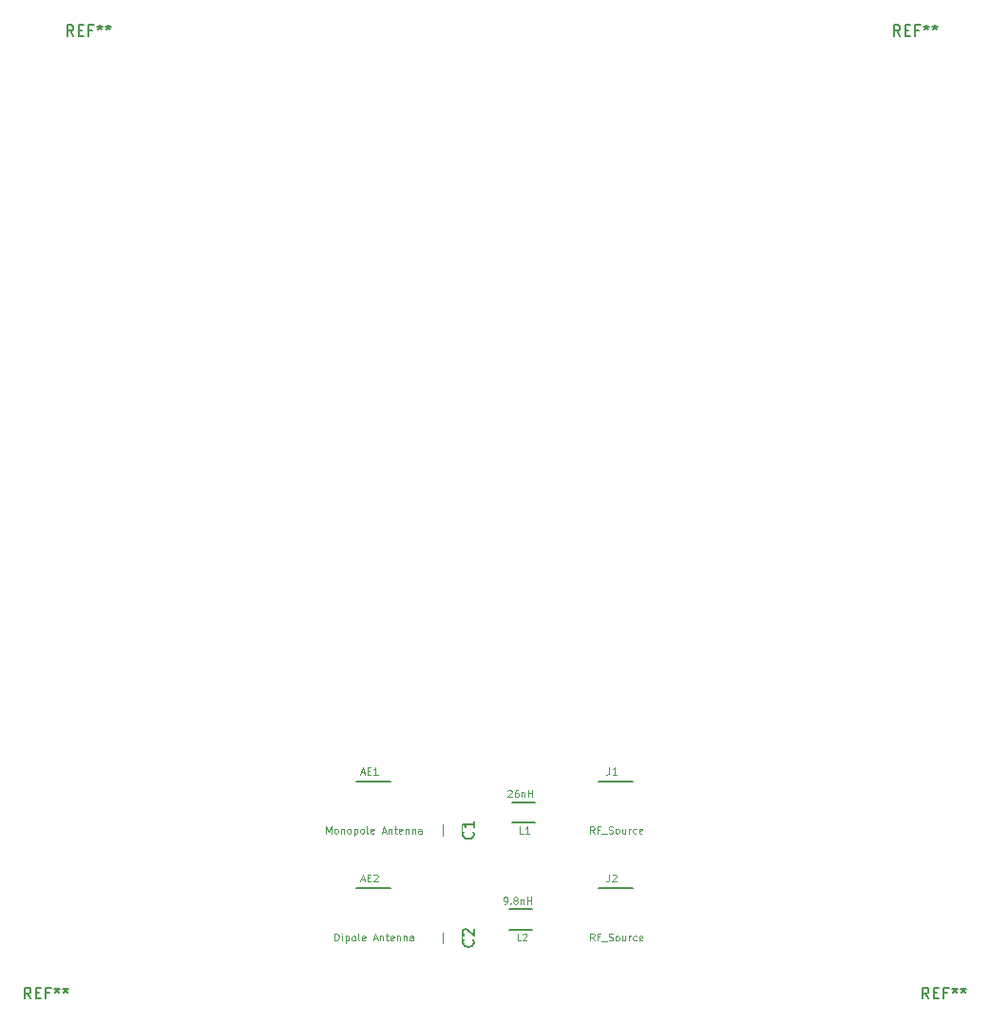
<source format=gto>
G04 #@! TF.GenerationSoftware,KiCad,Pcbnew,5.0.0*
G04 #@! TF.CreationDate,2018-07-30T22:32:49-05:00*
G04 #@! TF.ProjectId,AntennaImpedance,416E74656E6E61496D706564616E6365,rev?*
G04 #@! TF.SameCoordinates,Original*
G04 #@! TF.FileFunction,Legend,Top*
G04 #@! TF.FilePolarity,Positive*
%FSLAX46Y46*%
G04 Gerber Fmt 4.6, Leading zero omitted, Abs format (unit mm)*
G04 Created by KiCad (PCBNEW 5.0.0) date Mon Jul 30 22:32:49 2018*
%MOMM*%
%LPD*%
G01*
G04 APERTURE LIST*
%ADD10C,0.127000*%
%ADD11C,0.120000*%
%ADD12C,0.150000*%
%ADD13C,0.050000*%
G04 APERTURE END LIST*
D10*
G04 #@! TO.C,AE1*
X136930000Y-115975000D02*
X139930000Y-115975000D01*
G04 #@! TO.C,AE2*
X136930000Y-125500000D02*
X139930000Y-125500000D01*
D11*
G04 #@! TO.C,C1*
X144565000Y-119785000D02*
X144565000Y-120785000D01*
X146265000Y-120785000D02*
X146265000Y-119785000D01*
G04 #@! TO.C,C2*
X146265000Y-130405000D02*
X146265000Y-129405000D01*
X144565000Y-129405000D02*
X144565000Y-130405000D01*
D10*
G04 #@! TO.C,J1*
X158520000Y-115975000D02*
X161520000Y-115975000D01*
G04 #@! TO.C,J2*
X158520000Y-125500000D02*
X161520000Y-125500000D01*
G04 #@! TO.C,L1*
X152765000Y-117830000D02*
X150765000Y-117830000D01*
X152765000Y-119660000D02*
X150765000Y-119660000D01*
G04 #@! TO.C,L2*
X152525000Y-129185000D02*
X150525000Y-129185000D01*
X152525000Y-127355000D02*
X150525000Y-127355000D01*
G04 #@! TD*
G04 #@! TO.C,REF\002A\002A*
D12*
X111696666Y-49592380D02*
X111363333Y-49116190D01*
X111125238Y-49592380D02*
X111125238Y-48592380D01*
X111506190Y-48592380D01*
X111601428Y-48640000D01*
X111649047Y-48687619D01*
X111696666Y-48782857D01*
X111696666Y-48925714D01*
X111649047Y-49020952D01*
X111601428Y-49068571D01*
X111506190Y-49116190D01*
X111125238Y-49116190D01*
X112125238Y-49068571D02*
X112458571Y-49068571D01*
X112601428Y-49592380D02*
X112125238Y-49592380D01*
X112125238Y-48592380D01*
X112601428Y-48592380D01*
X113363333Y-49068571D02*
X113030000Y-49068571D01*
X113030000Y-49592380D02*
X113030000Y-48592380D01*
X113506190Y-48592380D01*
X114030000Y-48592380D02*
X114030000Y-48830476D01*
X113791904Y-48735238D02*
X114030000Y-48830476D01*
X114268095Y-48735238D01*
X113887142Y-49020952D02*
X114030000Y-48830476D01*
X114172857Y-49020952D01*
X114791904Y-48592380D02*
X114791904Y-48830476D01*
X114553809Y-48735238D02*
X114791904Y-48830476D01*
X115030000Y-48735238D01*
X114649047Y-49020952D02*
X114791904Y-48830476D01*
X114934761Y-49020952D01*
X185356666Y-49592380D02*
X185023333Y-49116190D01*
X184785238Y-49592380D02*
X184785238Y-48592380D01*
X185166190Y-48592380D01*
X185261428Y-48640000D01*
X185309047Y-48687619D01*
X185356666Y-48782857D01*
X185356666Y-48925714D01*
X185309047Y-49020952D01*
X185261428Y-49068571D01*
X185166190Y-49116190D01*
X184785238Y-49116190D01*
X185785238Y-49068571D02*
X186118571Y-49068571D01*
X186261428Y-49592380D02*
X185785238Y-49592380D01*
X185785238Y-48592380D01*
X186261428Y-48592380D01*
X187023333Y-49068571D02*
X186690000Y-49068571D01*
X186690000Y-49592380D02*
X186690000Y-48592380D01*
X187166190Y-48592380D01*
X187690000Y-48592380D02*
X187690000Y-48830476D01*
X187451904Y-48735238D02*
X187690000Y-48830476D01*
X187928095Y-48735238D01*
X187547142Y-49020952D02*
X187690000Y-48830476D01*
X187832857Y-49020952D01*
X188451904Y-48592380D02*
X188451904Y-48830476D01*
X188213809Y-48735238D02*
X188451904Y-48830476D01*
X188690000Y-48735238D01*
X188309047Y-49020952D02*
X188451904Y-48830476D01*
X188594761Y-49020952D01*
X107886666Y-135322380D02*
X107553333Y-134846190D01*
X107315238Y-135322380D02*
X107315238Y-134322380D01*
X107696190Y-134322380D01*
X107791428Y-134370000D01*
X107839047Y-134417619D01*
X107886666Y-134512857D01*
X107886666Y-134655714D01*
X107839047Y-134750952D01*
X107791428Y-134798571D01*
X107696190Y-134846190D01*
X107315238Y-134846190D01*
X108315238Y-134798571D02*
X108648571Y-134798571D01*
X108791428Y-135322380D02*
X108315238Y-135322380D01*
X108315238Y-134322380D01*
X108791428Y-134322380D01*
X109553333Y-134798571D02*
X109220000Y-134798571D01*
X109220000Y-135322380D02*
X109220000Y-134322380D01*
X109696190Y-134322380D01*
X110220000Y-134322380D02*
X110220000Y-134560476D01*
X109981904Y-134465238D02*
X110220000Y-134560476D01*
X110458095Y-134465238D01*
X110077142Y-134750952D02*
X110220000Y-134560476D01*
X110362857Y-134750952D01*
X110981904Y-134322380D02*
X110981904Y-134560476D01*
X110743809Y-134465238D02*
X110981904Y-134560476D01*
X111220000Y-134465238D01*
X110839047Y-134750952D02*
X110981904Y-134560476D01*
X111124761Y-134750952D01*
X187896666Y-135322380D02*
X187563333Y-134846190D01*
X187325238Y-135322380D02*
X187325238Y-134322380D01*
X187706190Y-134322380D01*
X187801428Y-134370000D01*
X187849047Y-134417619D01*
X187896666Y-134512857D01*
X187896666Y-134655714D01*
X187849047Y-134750952D01*
X187801428Y-134798571D01*
X187706190Y-134846190D01*
X187325238Y-134846190D01*
X188325238Y-134798571D02*
X188658571Y-134798571D01*
X188801428Y-135322380D02*
X188325238Y-135322380D01*
X188325238Y-134322380D01*
X188801428Y-134322380D01*
X189563333Y-134798571D02*
X189230000Y-134798571D01*
X189230000Y-135322380D02*
X189230000Y-134322380D01*
X189706190Y-134322380D01*
X190230000Y-134322380D02*
X190230000Y-134560476D01*
X189991904Y-134465238D02*
X190230000Y-134560476D01*
X190468095Y-134465238D01*
X190087142Y-134750952D02*
X190230000Y-134560476D01*
X190372857Y-134750952D01*
X190991904Y-134322380D02*
X190991904Y-134560476D01*
X190753809Y-134465238D02*
X190991904Y-134560476D01*
X191230000Y-134465238D01*
X190849047Y-134750952D02*
X190991904Y-134560476D01*
X191134761Y-134750952D01*
G04 #@! TO.C,AE1*
D13*
X137306899Y-115171099D02*
X137612212Y-115171099D01*
X137245836Y-115354288D02*
X137459556Y-114713129D01*
X137673275Y-115354288D01*
X137886995Y-115018442D02*
X138100715Y-115018442D01*
X138192309Y-115354288D02*
X137886995Y-115354288D01*
X137886995Y-114713129D01*
X138192309Y-114713129D01*
X138802936Y-115354288D02*
X138436560Y-115354288D01*
X138619748Y-115354288D02*
X138619748Y-114713129D01*
X138558685Y-114804723D01*
X138497623Y-114865786D01*
X138436560Y-114896317D01*
X134216848Y-120614800D02*
X134216848Y-119973436D01*
X134430636Y-120431554D01*
X134644424Y-119973436D01*
X134644424Y-120614800D01*
X135041459Y-120614800D02*
X134980376Y-120584259D01*
X134949835Y-120553718D01*
X134919294Y-120492636D01*
X134919294Y-120309389D01*
X134949835Y-120248307D01*
X134980376Y-120217766D01*
X135041459Y-120187224D01*
X135133082Y-120187224D01*
X135194164Y-120217766D01*
X135224705Y-120248307D01*
X135255247Y-120309389D01*
X135255247Y-120492636D01*
X135224705Y-120553718D01*
X135194164Y-120584259D01*
X135133082Y-120614800D01*
X135041459Y-120614800D01*
X135530117Y-120187224D02*
X135530117Y-120614800D01*
X135530117Y-120248307D02*
X135560658Y-120217766D01*
X135621740Y-120187224D01*
X135713364Y-120187224D01*
X135774446Y-120217766D01*
X135804987Y-120278848D01*
X135804987Y-120614800D01*
X136202022Y-120614800D02*
X136140940Y-120584259D01*
X136110399Y-120553718D01*
X136079857Y-120492636D01*
X136079857Y-120309389D01*
X136110399Y-120248307D01*
X136140940Y-120217766D01*
X136202022Y-120187224D01*
X136293645Y-120187224D01*
X136354728Y-120217766D01*
X136385269Y-120248307D01*
X136415810Y-120309389D01*
X136415810Y-120492636D01*
X136385269Y-120553718D01*
X136354728Y-120584259D01*
X136293645Y-120614800D01*
X136202022Y-120614800D01*
X136690680Y-120187224D02*
X136690680Y-120828588D01*
X136690680Y-120217766D02*
X136751763Y-120187224D01*
X136873927Y-120187224D01*
X136935009Y-120217766D01*
X136965551Y-120248307D01*
X136996092Y-120309389D01*
X136996092Y-120492636D01*
X136965551Y-120553718D01*
X136935009Y-120584259D01*
X136873927Y-120614800D01*
X136751763Y-120614800D01*
X136690680Y-120584259D01*
X137362585Y-120614800D02*
X137301503Y-120584259D01*
X137270962Y-120553718D01*
X137240421Y-120492636D01*
X137240421Y-120309389D01*
X137270962Y-120248307D01*
X137301503Y-120217766D01*
X137362585Y-120187224D01*
X137454209Y-120187224D01*
X137515291Y-120217766D01*
X137545832Y-120248307D01*
X137576373Y-120309389D01*
X137576373Y-120492636D01*
X137545832Y-120553718D01*
X137515291Y-120584259D01*
X137454209Y-120614800D01*
X137362585Y-120614800D01*
X137942867Y-120614800D02*
X137881785Y-120584259D01*
X137851244Y-120523177D01*
X137851244Y-119973436D01*
X138431525Y-120584259D02*
X138370443Y-120614800D01*
X138248279Y-120614800D01*
X138187196Y-120584259D01*
X138156655Y-120523177D01*
X138156655Y-120278848D01*
X138187196Y-120217766D01*
X138248279Y-120187224D01*
X138370443Y-120187224D01*
X138431525Y-120217766D01*
X138462067Y-120278848D01*
X138462067Y-120339930D01*
X138156655Y-120401012D01*
X139195054Y-120431554D02*
X139500465Y-120431554D01*
X139133972Y-120614800D02*
X139347760Y-119973436D01*
X139561548Y-120614800D01*
X139775336Y-120187224D02*
X139775336Y-120614800D01*
X139775336Y-120248307D02*
X139805877Y-120217766D01*
X139866959Y-120187224D01*
X139958583Y-120187224D01*
X140019665Y-120217766D01*
X140050206Y-120278848D01*
X140050206Y-120614800D01*
X140263994Y-120187224D02*
X140508323Y-120187224D01*
X140355617Y-119973436D02*
X140355617Y-120523177D01*
X140386159Y-120584259D01*
X140447241Y-120614800D01*
X140508323Y-120614800D01*
X140966440Y-120584259D02*
X140905358Y-120614800D01*
X140783193Y-120614800D01*
X140722111Y-120584259D01*
X140691570Y-120523177D01*
X140691570Y-120278848D01*
X140722111Y-120217766D01*
X140783193Y-120187224D01*
X140905358Y-120187224D01*
X140966440Y-120217766D01*
X140996981Y-120278848D01*
X140996981Y-120339930D01*
X140691570Y-120401012D01*
X141271852Y-120187224D02*
X141271852Y-120614800D01*
X141271852Y-120248307D02*
X141302393Y-120217766D01*
X141363475Y-120187224D01*
X141455099Y-120187224D01*
X141516181Y-120217766D01*
X141546722Y-120278848D01*
X141546722Y-120614800D01*
X141852133Y-120187224D02*
X141852133Y-120614800D01*
X141852133Y-120248307D02*
X141882675Y-120217766D01*
X141943757Y-120187224D01*
X142035380Y-120187224D01*
X142096463Y-120217766D01*
X142127004Y-120278848D01*
X142127004Y-120614800D01*
X142707285Y-120614800D02*
X142707285Y-120278848D01*
X142676744Y-120217766D01*
X142615662Y-120187224D01*
X142493497Y-120187224D01*
X142432415Y-120217766D01*
X142707285Y-120584259D02*
X142646203Y-120614800D01*
X142493497Y-120614800D01*
X142432415Y-120584259D01*
X142401874Y-120523177D01*
X142401874Y-120462095D01*
X142432415Y-120401012D01*
X142493497Y-120370471D01*
X142646203Y-120370471D01*
X142707285Y-120339930D01*
G04 #@! TO.C,AE2*
X137306899Y-124696099D02*
X137612212Y-124696099D01*
X137245836Y-124879288D02*
X137459556Y-124238129D01*
X137673275Y-124879288D01*
X137886995Y-124543442D02*
X138100715Y-124543442D01*
X138192309Y-124879288D02*
X137886995Y-124879288D01*
X137886995Y-124238129D01*
X138192309Y-124238129D01*
X138436560Y-124299191D02*
X138467091Y-124268660D01*
X138528154Y-124238129D01*
X138680811Y-124238129D01*
X138741874Y-124268660D01*
X138772405Y-124299191D01*
X138802936Y-124360254D01*
X138802936Y-124421317D01*
X138772405Y-124512911D01*
X138406028Y-124879288D01*
X138802936Y-124879288D01*
X134980376Y-130139800D02*
X134980376Y-129498436D01*
X135133082Y-129498436D01*
X135224705Y-129528978D01*
X135285788Y-129590060D01*
X135316329Y-129651142D01*
X135346870Y-129773307D01*
X135346870Y-129864930D01*
X135316329Y-129987095D01*
X135285788Y-130048177D01*
X135224705Y-130109259D01*
X135133082Y-130139800D01*
X134980376Y-130139800D01*
X135621740Y-130139800D02*
X135621740Y-129712224D01*
X135621740Y-129498436D02*
X135591199Y-129528978D01*
X135621740Y-129559519D01*
X135652281Y-129528978D01*
X135621740Y-129498436D01*
X135621740Y-129559519D01*
X135927152Y-129712224D02*
X135927152Y-130353588D01*
X135927152Y-129742766D02*
X135988234Y-129712224D01*
X136110399Y-129712224D01*
X136171481Y-129742766D01*
X136202022Y-129773307D01*
X136232563Y-129834389D01*
X136232563Y-130017636D01*
X136202022Y-130078718D01*
X136171481Y-130109259D01*
X136110399Y-130139800D01*
X135988234Y-130139800D01*
X135927152Y-130109259D01*
X136599057Y-130139800D02*
X136537975Y-130109259D01*
X136507433Y-130078718D01*
X136476892Y-130017636D01*
X136476892Y-129834389D01*
X136507433Y-129773307D01*
X136537975Y-129742766D01*
X136599057Y-129712224D01*
X136690680Y-129712224D01*
X136751763Y-129742766D01*
X136782304Y-129773307D01*
X136812845Y-129834389D01*
X136812845Y-130017636D01*
X136782304Y-130078718D01*
X136751763Y-130109259D01*
X136690680Y-130139800D01*
X136599057Y-130139800D01*
X137179339Y-130139800D02*
X137118256Y-130109259D01*
X137087715Y-130048177D01*
X137087715Y-129498436D01*
X137667997Y-130109259D02*
X137606915Y-130139800D01*
X137484750Y-130139800D01*
X137423668Y-130109259D01*
X137393127Y-130048177D01*
X137393127Y-129803848D01*
X137423668Y-129742766D01*
X137484750Y-129712224D01*
X137606915Y-129712224D01*
X137667997Y-129742766D01*
X137698538Y-129803848D01*
X137698538Y-129864930D01*
X137393127Y-129926012D01*
X138431525Y-129956554D02*
X138736937Y-129956554D01*
X138370443Y-130139800D02*
X138584231Y-129498436D01*
X138798019Y-130139800D01*
X139011807Y-129712224D02*
X139011807Y-130139800D01*
X139011807Y-129773307D02*
X139042348Y-129742766D01*
X139103431Y-129712224D01*
X139195054Y-129712224D01*
X139256136Y-129742766D01*
X139286677Y-129803848D01*
X139286677Y-130139800D01*
X139500465Y-129712224D02*
X139744795Y-129712224D01*
X139592089Y-129498436D02*
X139592089Y-130048177D01*
X139622630Y-130109259D01*
X139683712Y-130139800D01*
X139744795Y-130139800D01*
X140202912Y-130109259D02*
X140141829Y-130139800D01*
X140019665Y-130139800D01*
X139958583Y-130109259D01*
X139928041Y-130048177D01*
X139928041Y-129803848D01*
X139958583Y-129742766D01*
X140019665Y-129712224D01*
X140141829Y-129712224D01*
X140202912Y-129742766D01*
X140233453Y-129803848D01*
X140233453Y-129864930D01*
X139928041Y-129926012D01*
X140508323Y-129712224D02*
X140508323Y-130139800D01*
X140508323Y-129773307D02*
X140538864Y-129742766D01*
X140599947Y-129712224D01*
X140691570Y-129712224D01*
X140752652Y-129742766D01*
X140783193Y-129803848D01*
X140783193Y-130139800D01*
X141088605Y-129712224D02*
X141088605Y-130139800D01*
X141088605Y-129773307D02*
X141119146Y-129742766D01*
X141180228Y-129712224D01*
X141271852Y-129712224D01*
X141332934Y-129742766D01*
X141363475Y-129803848D01*
X141363475Y-130139800D01*
X141943757Y-130139800D02*
X141943757Y-129803848D01*
X141913216Y-129742766D01*
X141852133Y-129712224D01*
X141729969Y-129712224D01*
X141668887Y-129742766D01*
X141943757Y-130109259D02*
X141882675Y-130139800D01*
X141729969Y-130139800D01*
X141668887Y-130109259D01*
X141638345Y-130048177D01*
X141638345Y-129987095D01*
X141668887Y-129926012D01*
X141729969Y-129895471D01*
X141882675Y-129895471D01*
X141943757Y-129864930D01*
G04 #@! TO.C,C1*
D12*
X147272142Y-120451666D02*
X147319761Y-120499285D01*
X147367380Y-120642142D01*
X147367380Y-120737380D01*
X147319761Y-120880238D01*
X147224523Y-120975476D01*
X147129285Y-121023095D01*
X146938809Y-121070714D01*
X146795952Y-121070714D01*
X146605476Y-121023095D01*
X146510238Y-120975476D01*
X146415000Y-120880238D01*
X146367380Y-120737380D01*
X146367380Y-120642142D01*
X146415000Y-120499285D01*
X146462619Y-120451666D01*
X147367380Y-119499285D02*
X147367380Y-120070714D01*
X147367380Y-119785000D02*
X146367380Y-119785000D01*
X146510238Y-119880238D01*
X146605476Y-119975476D01*
X146653095Y-120070714D01*
G04 #@! TO.C,C2*
X147272142Y-130071666D02*
X147319761Y-130119285D01*
X147367380Y-130262142D01*
X147367380Y-130357380D01*
X147319761Y-130500238D01*
X147224523Y-130595476D01*
X147129285Y-130643095D01*
X146938809Y-130690714D01*
X146795952Y-130690714D01*
X146605476Y-130643095D01*
X146510238Y-130595476D01*
X146415000Y-130500238D01*
X146367380Y-130357380D01*
X146367380Y-130262142D01*
X146415000Y-130119285D01*
X146462619Y-130071666D01*
X146462619Y-129690714D02*
X146415000Y-129643095D01*
X146367380Y-129547857D01*
X146367380Y-129309761D01*
X146415000Y-129214523D01*
X146462619Y-129166904D01*
X146557857Y-129119285D01*
X146653095Y-129119285D01*
X146795952Y-129166904D01*
X147367380Y-129738333D01*
X147367380Y-129119285D01*
G04 #@! TO.C,J1*
D13*
X159431198Y-114713129D02*
X159431198Y-115171099D01*
X159400666Y-115262693D01*
X159339604Y-115323756D01*
X159248010Y-115354288D01*
X159186947Y-115354288D01*
X160072357Y-115354288D02*
X159705980Y-115354288D01*
X159889169Y-115354288D02*
X159889169Y-114713129D01*
X159828106Y-114804723D01*
X159767043Y-114865786D01*
X159705980Y-114896317D01*
X158097433Y-120614800D02*
X157883645Y-120309389D01*
X157730940Y-120614800D02*
X157730940Y-119973436D01*
X157975269Y-119973436D01*
X158036351Y-120003978D01*
X158066892Y-120034519D01*
X158097433Y-120095601D01*
X158097433Y-120187224D01*
X158066892Y-120248307D01*
X158036351Y-120278848D01*
X157975269Y-120309389D01*
X157730940Y-120309389D01*
X158586092Y-120278848D02*
X158372304Y-120278848D01*
X158372304Y-120614800D02*
X158372304Y-119973436D01*
X158677715Y-119973436D01*
X158769339Y-120675883D02*
X159257997Y-120675883D01*
X159380161Y-120584259D02*
X159471785Y-120614800D01*
X159624491Y-120614800D01*
X159685573Y-120584259D01*
X159716114Y-120553718D01*
X159746655Y-120492636D01*
X159746655Y-120431554D01*
X159716114Y-120370471D01*
X159685573Y-120339930D01*
X159624491Y-120309389D01*
X159502326Y-120278848D01*
X159441244Y-120248307D01*
X159410703Y-120217766D01*
X159380161Y-120156683D01*
X159380161Y-120095601D01*
X159410703Y-120034519D01*
X159441244Y-120003978D01*
X159502326Y-119973436D01*
X159655032Y-119973436D01*
X159746655Y-120003978D01*
X160113149Y-120614800D02*
X160052067Y-120584259D01*
X160021525Y-120553718D01*
X159990984Y-120492636D01*
X159990984Y-120309389D01*
X160021525Y-120248307D01*
X160052067Y-120217766D01*
X160113149Y-120187224D01*
X160204772Y-120187224D01*
X160265855Y-120217766D01*
X160296396Y-120248307D01*
X160326937Y-120309389D01*
X160326937Y-120492636D01*
X160296396Y-120553718D01*
X160265855Y-120584259D01*
X160204772Y-120614800D01*
X160113149Y-120614800D01*
X160876677Y-120187224D02*
X160876677Y-120614800D01*
X160601807Y-120187224D02*
X160601807Y-120523177D01*
X160632348Y-120584259D01*
X160693431Y-120614800D01*
X160785054Y-120614800D01*
X160846136Y-120584259D01*
X160876677Y-120553718D01*
X161182089Y-120614800D02*
X161182089Y-120187224D01*
X161182089Y-120309389D02*
X161212630Y-120248307D01*
X161243171Y-120217766D01*
X161304253Y-120187224D01*
X161365336Y-120187224D01*
X161853994Y-120584259D02*
X161792912Y-120614800D01*
X161670747Y-120614800D01*
X161609665Y-120584259D01*
X161579124Y-120553718D01*
X161548583Y-120492636D01*
X161548583Y-120309389D01*
X161579124Y-120248307D01*
X161609665Y-120217766D01*
X161670747Y-120187224D01*
X161792912Y-120187224D01*
X161853994Y-120217766D01*
X162373193Y-120584259D02*
X162312111Y-120614800D01*
X162189947Y-120614800D01*
X162128864Y-120584259D01*
X162098323Y-120523177D01*
X162098323Y-120278848D01*
X162128864Y-120217766D01*
X162189947Y-120187224D01*
X162312111Y-120187224D01*
X162373193Y-120217766D01*
X162403735Y-120278848D01*
X162403735Y-120339930D01*
X162098323Y-120401012D01*
G04 #@! TO.C,J2*
X159431198Y-124238129D02*
X159431198Y-124696099D01*
X159400666Y-124787693D01*
X159339604Y-124848756D01*
X159248010Y-124879288D01*
X159186947Y-124879288D01*
X159705980Y-124299191D02*
X159736512Y-124268660D01*
X159797574Y-124238129D01*
X159950231Y-124238129D01*
X160011294Y-124268660D01*
X160041825Y-124299191D01*
X160072357Y-124360254D01*
X160072357Y-124421317D01*
X160041825Y-124512911D01*
X159675449Y-124879288D01*
X160072357Y-124879288D01*
X158097433Y-130139800D02*
X157883645Y-129834389D01*
X157730940Y-130139800D02*
X157730940Y-129498436D01*
X157975269Y-129498436D01*
X158036351Y-129528978D01*
X158066892Y-129559519D01*
X158097433Y-129620601D01*
X158097433Y-129712224D01*
X158066892Y-129773307D01*
X158036351Y-129803848D01*
X157975269Y-129834389D01*
X157730940Y-129834389D01*
X158586092Y-129803848D02*
X158372304Y-129803848D01*
X158372304Y-130139800D02*
X158372304Y-129498436D01*
X158677715Y-129498436D01*
X158769339Y-130200883D02*
X159257997Y-130200883D01*
X159380161Y-130109259D02*
X159471785Y-130139800D01*
X159624491Y-130139800D01*
X159685573Y-130109259D01*
X159716114Y-130078718D01*
X159746655Y-130017636D01*
X159746655Y-129956554D01*
X159716114Y-129895471D01*
X159685573Y-129864930D01*
X159624491Y-129834389D01*
X159502326Y-129803848D01*
X159441244Y-129773307D01*
X159410703Y-129742766D01*
X159380161Y-129681683D01*
X159380161Y-129620601D01*
X159410703Y-129559519D01*
X159441244Y-129528978D01*
X159502326Y-129498436D01*
X159655032Y-129498436D01*
X159746655Y-129528978D01*
X160113149Y-130139800D02*
X160052067Y-130109259D01*
X160021525Y-130078718D01*
X159990984Y-130017636D01*
X159990984Y-129834389D01*
X160021525Y-129773307D01*
X160052067Y-129742766D01*
X160113149Y-129712224D01*
X160204772Y-129712224D01*
X160265855Y-129742766D01*
X160296396Y-129773307D01*
X160326937Y-129834389D01*
X160326937Y-130017636D01*
X160296396Y-130078718D01*
X160265855Y-130109259D01*
X160204772Y-130139800D01*
X160113149Y-130139800D01*
X160876677Y-129712224D02*
X160876677Y-130139800D01*
X160601807Y-129712224D02*
X160601807Y-130048177D01*
X160632348Y-130109259D01*
X160693431Y-130139800D01*
X160785054Y-130139800D01*
X160846136Y-130109259D01*
X160876677Y-130078718D01*
X161182089Y-130139800D02*
X161182089Y-129712224D01*
X161182089Y-129834389D02*
X161212630Y-129773307D01*
X161243171Y-129742766D01*
X161304253Y-129712224D01*
X161365336Y-129712224D01*
X161853994Y-130109259D02*
X161792912Y-130139800D01*
X161670747Y-130139800D01*
X161609665Y-130109259D01*
X161579124Y-130078718D01*
X161548583Y-130017636D01*
X161548583Y-129834389D01*
X161579124Y-129773307D01*
X161609665Y-129742766D01*
X161670747Y-129712224D01*
X161792912Y-129712224D01*
X161853994Y-129742766D01*
X162373193Y-130109259D02*
X162312111Y-130139800D01*
X162189947Y-130139800D01*
X162128864Y-130109259D01*
X162098323Y-130048177D01*
X162098323Y-129803848D01*
X162128864Y-129742766D01*
X162189947Y-129712224D01*
X162312111Y-129712224D01*
X162373193Y-129742766D01*
X162403735Y-129803848D01*
X162403735Y-129864930D01*
X162098323Y-129926012D01*
G04 #@! TO.C,L1*
X151780034Y-120627651D02*
X151479643Y-120627651D01*
X151479643Y-119996830D01*
X152320737Y-120627651D02*
X151960268Y-120627651D01*
X152140503Y-120627651D02*
X152140503Y-119996830D01*
X152080425Y-120086947D01*
X152020346Y-120147025D01*
X151960268Y-120177064D01*
X150388414Y-116792588D02*
X150418448Y-116762555D01*
X150478516Y-116732521D01*
X150628685Y-116732521D01*
X150688753Y-116762555D01*
X150718786Y-116792588D01*
X150748820Y-116852656D01*
X150748820Y-116912724D01*
X150718786Y-117002825D01*
X150358381Y-117363231D01*
X150748820Y-117363231D01*
X151289429Y-116732521D02*
X151169294Y-116732521D01*
X151109226Y-116762555D01*
X151079192Y-116792588D01*
X151019124Y-116882690D01*
X150989091Y-117002825D01*
X150989091Y-117243095D01*
X151019124Y-117303163D01*
X151049158Y-117333197D01*
X151109226Y-117363231D01*
X151229361Y-117363231D01*
X151289429Y-117333197D01*
X151319463Y-117303163D01*
X151349496Y-117243095D01*
X151349496Y-117092926D01*
X151319463Y-117032859D01*
X151289429Y-117002825D01*
X151229361Y-116972791D01*
X151109226Y-116972791D01*
X151049158Y-117002825D01*
X151019124Y-117032859D01*
X150989091Y-117092926D01*
X151619801Y-116942757D02*
X151619801Y-117363231D01*
X151619801Y-117002825D02*
X151649834Y-116972791D01*
X151709902Y-116942757D01*
X151800004Y-116942757D01*
X151860071Y-116972791D01*
X151890105Y-117032859D01*
X151890105Y-117363231D01*
X152190443Y-117363231D02*
X152190443Y-116732521D01*
X152190443Y-117032859D02*
X152550849Y-117032859D01*
X152550849Y-117363231D02*
X152550849Y-116732521D01*
G04 #@! TO.C,L2*
X151540034Y-130152651D02*
X151239643Y-130152651D01*
X151239643Y-129521830D01*
X151720268Y-129581908D02*
X151750307Y-129551869D01*
X151810386Y-129521830D01*
X151960581Y-129521830D01*
X152020659Y-129551869D01*
X152050698Y-129581908D01*
X152080737Y-129641986D01*
X152080737Y-129702064D01*
X152050698Y-129792182D01*
X151690229Y-130152651D01*
X152080737Y-130152651D01*
X150058313Y-126888231D02*
X150178448Y-126888231D01*
X150238516Y-126858197D01*
X150268550Y-126828163D01*
X150328617Y-126738062D01*
X150358651Y-126617926D01*
X150358651Y-126377656D01*
X150328617Y-126317588D01*
X150298584Y-126287555D01*
X150238516Y-126257521D01*
X150118381Y-126257521D01*
X150058313Y-126287555D01*
X150028279Y-126317588D01*
X149998245Y-126377656D01*
X149998245Y-126527825D01*
X150028279Y-126587893D01*
X150058313Y-126617926D01*
X150118381Y-126647960D01*
X150238516Y-126647960D01*
X150298584Y-126617926D01*
X150328617Y-126587893D01*
X150358651Y-126527825D01*
X150628955Y-126828163D02*
X150658989Y-126858197D01*
X150628955Y-126888231D01*
X150598922Y-126858197D01*
X150628955Y-126828163D01*
X150628955Y-126888231D01*
X151019395Y-126527825D02*
X150959327Y-126497791D01*
X150929294Y-126467757D01*
X150899260Y-126407690D01*
X150899260Y-126377656D01*
X150929294Y-126317588D01*
X150959327Y-126287555D01*
X151019395Y-126257521D01*
X151139530Y-126257521D01*
X151199598Y-126287555D01*
X151229632Y-126317588D01*
X151259665Y-126377656D01*
X151259665Y-126407690D01*
X151229632Y-126467757D01*
X151199598Y-126497791D01*
X151139530Y-126527825D01*
X151019395Y-126527825D01*
X150959327Y-126557859D01*
X150929294Y-126587893D01*
X150899260Y-126647960D01*
X150899260Y-126768095D01*
X150929294Y-126828163D01*
X150959327Y-126858197D01*
X151019395Y-126888231D01*
X151139530Y-126888231D01*
X151199598Y-126858197D01*
X151229632Y-126828163D01*
X151259665Y-126768095D01*
X151259665Y-126647960D01*
X151229632Y-126587893D01*
X151199598Y-126557859D01*
X151139530Y-126527825D01*
X151529970Y-126467757D02*
X151529970Y-126888231D01*
X151529970Y-126527825D02*
X151560004Y-126497791D01*
X151620071Y-126467757D01*
X151710173Y-126467757D01*
X151770240Y-126497791D01*
X151800274Y-126557859D01*
X151800274Y-126888231D01*
X152100612Y-126888231D02*
X152100612Y-126257521D01*
X152100612Y-126557859D02*
X152461018Y-126557859D01*
X152461018Y-126888231D02*
X152461018Y-126257521D01*
G04 #@! TD*
M02*

</source>
